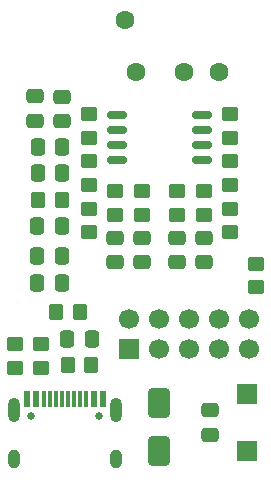
<source format=gbr>
%TF.GenerationSoftware,KiCad,Pcbnew,9.0.4*%
%TF.CreationDate,2025-09-28T00:51:42+02:00*%
%TF.ProjectId,BTM308-host-bottom,42544d33-3038-42d6-986f-73742d626f74,rev?*%
%TF.SameCoordinates,Original*%
%TF.FileFunction,Soldermask,Top*%
%TF.FilePolarity,Negative*%
%FSLAX46Y46*%
G04 Gerber Fmt 4.6, Leading zero omitted, Abs format (unit mm)*
G04 Created by KiCad (PCBNEW 9.0.4) date 2025-09-28 00:51:42*
%MOMM*%
%LPD*%
G01*
G04 APERTURE LIST*
G04 Aperture macros list*
%AMRoundRect*
0 Rectangle with rounded corners*
0 $1 Rounding radius*
0 $2 $3 $4 $5 $6 $7 $8 $9 X,Y pos of 4 corners*
0 Add a 4 corners polygon primitive as box body*
4,1,4,$2,$3,$4,$5,$6,$7,$8,$9,$2,$3,0*
0 Add four circle primitives for the rounded corners*
1,1,$1+$1,$2,$3*
1,1,$1+$1,$4,$5*
1,1,$1+$1,$6,$7*
1,1,$1+$1,$8,$9*
0 Add four rect primitives between the rounded corners*
20,1,$1+$1,$2,$3,$4,$5,0*
20,1,$1+$1,$4,$5,$6,$7,0*
20,1,$1+$1,$6,$7,$8,$9,0*
20,1,$1+$1,$8,$9,$2,$3,0*%
G04 Aperture macros list end*
%ADD10R,1.700000X1.700000*%
%ADD11C,1.700000*%
%ADD12RoundRect,0.250000X-0.337500X-0.475000X0.337500X-0.475000X0.337500X0.475000X-0.337500X0.475000X0*%
%ADD13RoundRect,0.250000X0.450000X-0.350000X0.450000X0.350000X-0.450000X0.350000X-0.450000X-0.350000X0*%
%ADD14RoundRect,0.250000X0.350000X0.450000X-0.350000X0.450000X-0.350000X-0.450000X0.350000X-0.450000X0*%
%ADD15RoundRect,0.250000X-0.650000X1.000000X-0.650000X-1.000000X0.650000X-1.000000X0.650000X1.000000X0*%
%ADD16RoundRect,0.162500X-0.650000X-0.162500X0.650000X-0.162500X0.650000X0.162500X-0.650000X0.162500X0*%
%ADD17RoundRect,0.250000X-0.450000X0.350000X-0.450000X-0.350000X0.450000X-0.350000X0.450000X0.350000X0*%
%ADD18RoundRect,0.250000X0.475000X-0.337500X0.475000X0.337500X-0.475000X0.337500X-0.475000X-0.337500X0*%
%ADD19C,1.600000*%
%ADD20RoundRect,0.250000X-0.350000X-0.450000X0.350000X-0.450000X0.350000X0.450000X-0.350000X0.450000X0*%
%ADD21RoundRect,0.250000X-0.475000X0.337500X-0.475000X-0.337500X0.475000X-0.337500X0.475000X0.337500X0*%
%ADD22RoundRect,0.250000X0.337500X0.475000X-0.337500X0.475000X-0.337500X-0.475000X0.337500X-0.475000X0*%
%ADD23C,0.650000*%
%ADD24R,0.600000X1.450000*%
%ADD25R,0.300000X1.450000*%
%ADD26O,1.000000X2.100000*%
%ADD27O,1.000000X1.600000*%
G04 APERTURE END LIST*
D10*
%TO.C,J1*%
X155420000Y-85127500D03*
D11*
X155420000Y-82587500D03*
X157960000Y-85127500D03*
X157960000Y-82587500D03*
X160500000Y-85127500D03*
X160500000Y-82587500D03*
X163040000Y-85127500D03*
X163040000Y-82587500D03*
X165580000Y-85127500D03*
X165580000Y-82587500D03*
%TD*%
D12*
%TO.C,C5*%
X147712500Y-70250000D03*
X149787500Y-70250000D03*
%TD*%
D13*
%TO.C,R20*%
X152000000Y-67250000D03*
X152000000Y-65250000D03*
%TD*%
D14*
%TO.C,R16*%
X152250000Y-86500000D03*
X150250000Y-86500000D03*
%TD*%
D13*
%TO.C,R19*%
X164000000Y-67250000D03*
X164000000Y-65250000D03*
%TD*%
D12*
%TO.C,C4*%
X147675000Y-77250000D03*
X149750000Y-77250000D03*
%TD*%
D13*
%TO.C,R17*%
X145750000Y-86737500D03*
X145750000Y-84737500D03*
%TD*%
D12*
%TO.C,C3*%
X147675000Y-79500000D03*
X149750000Y-79500000D03*
%TD*%
%TO.C,C12*%
X150212500Y-84250000D03*
X152287500Y-84250000D03*
%TD*%
D15*
%TO.C,D3*%
X158000000Y-89737500D03*
X158000000Y-93737500D03*
%TD*%
D16*
%TO.C,U2*%
X154412500Y-65345000D03*
X154412500Y-66615000D03*
X154412500Y-67885000D03*
X154412500Y-69155000D03*
X161587500Y-69155000D03*
X161587500Y-67885000D03*
X161587500Y-66615000D03*
X161587500Y-65345000D03*
%TD*%
D17*
%TO.C,R9*%
X154250000Y-71750000D03*
X154250000Y-73750000D03*
%TD*%
D13*
%TO.C,R6*%
X152000000Y-75250000D03*
X152000000Y-73250000D03*
%TD*%
%TO.C,R7*%
X156500000Y-73750000D03*
X156500000Y-71750000D03*
%TD*%
D17*
%TO.C,R13*%
X161750000Y-71750000D03*
X161750000Y-73750000D03*
%TD*%
D10*
%TO.C,J4*%
X165400000Y-93800000D03*
%TD*%
D13*
%TO.C,R10*%
X164000000Y-75250000D03*
X164000000Y-73250000D03*
%TD*%
D10*
%TO.C,J3*%
X165400000Y-88900000D03*
%TD*%
D18*
%TO.C,C8*%
X156500000Y-77787500D03*
X156500000Y-75712500D03*
%TD*%
D19*
%TO.C,U3*%
X155050000Y-57300000D03*
X156050000Y-61700000D03*
X160050000Y-61700000D03*
X163050000Y-61700000D03*
%TD*%
D18*
%TO.C,C6*%
X161750000Y-77787500D03*
X161750000Y-75712500D03*
%TD*%
D12*
%TO.C,C10*%
X147712500Y-68000000D03*
X149787500Y-68000000D03*
%TD*%
D13*
%TO.C,R11*%
X159500000Y-73750000D03*
X159500000Y-71750000D03*
%TD*%
D20*
%TO.C,R15*%
X147750000Y-72500000D03*
X149750000Y-72500000D03*
%TD*%
D18*
%TO.C,C11*%
X147500000Y-65787500D03*
X147500000Y-63712500D03*
%TD*%
D21*
%TO.C,C1*%
X162250000Y-90312500D03*
X162250000Y-92387500D03*
%TD*%
D18*
%TO.C,C7*%
X154250000Y-77787500D03*
X154250000Y-75712500D03*
%TD*%
D22*
%TO.C,C13*%
X149750000Y-74750000D03*
X147675000Y-74750000D03*
%TD*%
D13*
%TO.C,R8*%
X152000000Y-71250000D03*
X152000000Y-69250000D03*
%TD*%
%TO.C,R12*%
X164000000Y-71250000D03*
X164000000Y-69250000D03*
%TD*%
D20*
%TO.C,R14*%
X149250000Y-82000000D03*
X151250000Y-82000000D03*
%TD*%
D18*
%TO.C,C9*%
X159500000Y-77787500D03*
X159500000Y-75712500D03*
%TD*%
D13*
%TO.C,R18*%
X148000000Y-86737500D03*
X148000000Y-84737500D03*
%TD*%
%TO.C,R21*%
X166200000Y-79900000D03*
X166200000Y-77900000D03*
%TD*%
D23*
%TO.C,J2*%
X147110000Y-90797500D03*
X152890000Y-90797500D03*
D24*
X146750000Y-89352500D03*
X147550000Y-89352500D03*
D25*
X148750000Y-89352500D03*
X149750000Y-89352500D03*
X150250000Y-89352500D03*
X151250000Y-89352500D03*
D24*
X152450000Y-89352500D03*
X153250000Y-89352500D03*
X153250000Y-89352500D03*
X152450000Y-89352500D03*
D25*
X151750000Y-89352500D03*
X150750000Y-89352500D03*
X149250000Y-89352500D03*
X148250000Y-89352500D03*
D24*
X147550000Y-89352500D03*
X146750000Y-89352500D03*
D26*
X145680000Y-90267500D03*
D27*
X145680000Y-94447500D03*
D26*
X154320000Y-90267500D03*
D27*
X154320000Y-94447500D03*
%TD*%
D18*
%TO.C,C2*%
X149750000Y-65825000D03*
X149750000Y-63750000D03*
%TD*%
M02*

</source>
